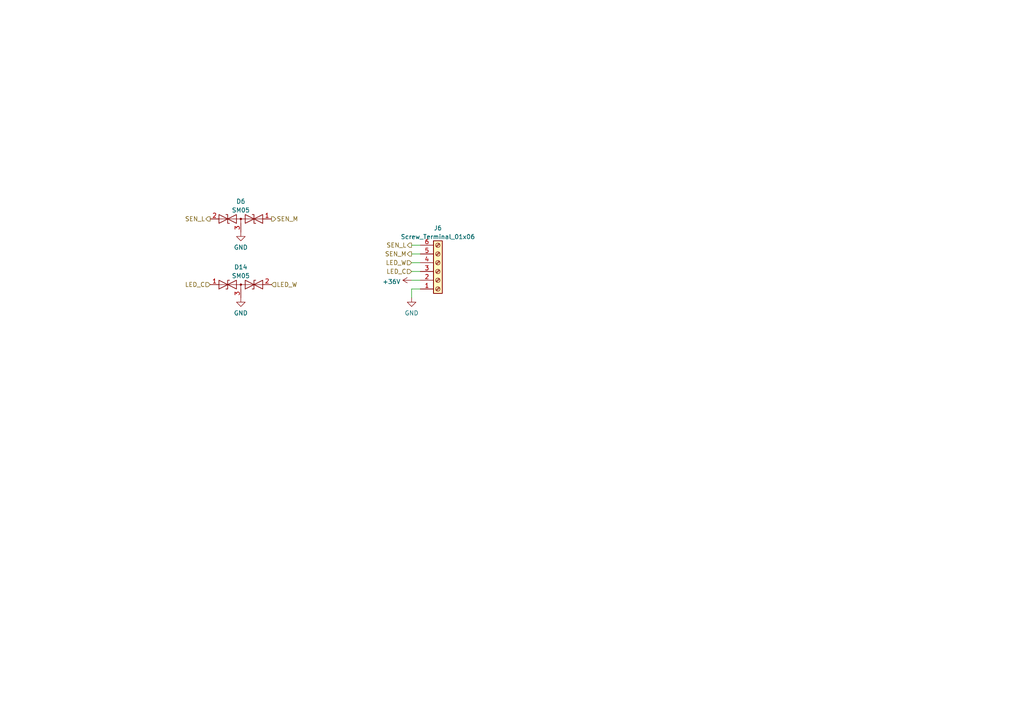
<source format=kicad_sch>
(kicad_sch (version 20230121) (generator eeschema)
  (paper "A4")
  (lib_symbols
    (symbol "Connector:Screw_Terminal_01x06" (pin_names (offset 1.016) hide)
      (property "Reference" "J" (at 0 7.62 0))
      (property "Value" "Screw_Terminal_01x06" (at 0 -10.16 0))
      (symbol "Screw_Terminal_01x06_1_1"
        (rectangle (start -1.27 6.35) (end 1.27 -8.89) (stroke (width 0.254)) (fill (type background)))
        (circle (center 0 -7.62) (radius 0.635) (stroke (width 0.1524)))
        (circle (center 0 -5.08) (radius 0.635) (stroke (width 0.1524)))
        (circle (center 0 -2.54) (radius 0.635) (stroke (width 0.1524)))
        (polyline (pts (xy -0.5334 -7.2898) (xy 0.3302 -8.128)) (stroke (width 0.1524)))
        (polyline (pts (xy -0.5334 -4.7498) (xy 0.3302 -5.588)) (stroke (width 0.1524)))
        (polyline (pts (xy -0.5334 -2.2098) (xy 0.3302 -3.048)) (stroke (width 0.1524)))
        (polyline (pts (xy -0.5334 0.3302) (xy 0.3302 -0.508)) (stroke (width 0.1524)))
        (polyline (pts (xy -0.5334 2.8702) (xy 0.3302 2.032)) (stroke (width 0.1524)))
        (polyline (pts (xy -0.5334 5.4102) (xy 0.3302 4.572)) (stroke (width 0.1524)))
        (polyline (pts (xy -0.3556 -7.112) (xy 0.508 -7.9502)) (stroke (width 0.1524)))
        (polyline (pts (xy -0.3556 -4.572) (xy 0.508 -5.4102)) (stroke (width 0.1524)))
        (polyline (pts (xy -0.3556 -2.032) (xy 0.508 -2.8702)) (stroke (width 0.1524)))
        (polyline (pts (xy -0.3556 0.508) (xy 0.508 -0.3302)) (stroke (width 0.1524)))
        (polyline (pts (xy -0.3556 3.048) (xy 0.508 2.2098)) (stroke (width 0.1524)))
        (polyline (pts (xy -0.3556 5.588) (xy 0.508 4.7498)) (stroke (width 0.1524)))
        (circle (center 0 0) (radius 0.635) (stroke (width 0.1524)))
        (circle (center 0 2.54) (radius 0.635) (stroke (width 0.1524)))
        (circle (center 0 5.08) (radius 0.635) (stroke (width 0.1524)))
        (pin passive line (at -5.08 5.08 0) (length 3.81) (name "Pin_1") (number "1"))
        (pin passive line (at -5.08 2.54 0) (length 3.81) (name "Pin_2") (number "2"))
        (pin passive line (at -5.08 0 0) (length 3.81) (name "Pin_3") (number "3"))
        (pin passive line (at -5.08 -2.54 0) (length 3.81) (name "Pin_4") (number "4"))
        (pin passive line (at -5.08 -5.08 0) (length 3.81) (name "Pin_5") (number "5"))
        (pin passive line (at -5.08 -7.62 0) (length 3.81) (name "Pin_6") (number "6"))
      )
    )
    (symbol "Diode:SM712_SOT23" (pin_names (offset 1.016) hide)
      (property "Reference" "D" (at 0 4.445 0))
      (property "Value" "SM712_SOT23" (at 0 2.54 0))
      (symbol "SM712_SOT23_0_0"
        (polyline (pts (xy 0 -1.27) (xy 0 0)))
      )
      (symbol "SM712_SOT23_0_1"
        (polyline (pts (xy -6.35 0) (xy 6.35 0)))
        (polyline (pts (xy -3.302 1.27) (xy -3.81 1.27) (xy -3.81 -1.27) (xy -4.318 -1.27)) (stroke (width 0.2032)))
        (polyline (pts (xy 4.318 1.27) (xy 3.81 1.27) (xy 3.81 -1.27) (xy 3.302 -1.27)) (stroke (width 0.2032)))
        (polyline (pts (xy -6.35 -1.27) (xy -1.27 1.27) (xy -1.27 -1.27) (xy -6.35 1.27) (xy -6.35 -1.27)) (stroke (width 0.2032)))
        (polyline (pts (xy 1.27 -1.27) (xy 1.27 1.27) (xy 6.35 -1.27) (xy 6.35 1.27) (xy 1.27 -1.27)) (stroke (width 0.2032)))
        (circle (center 0 0) (radius 0.254) (fill (type outline)))
      )
      (symbol "SM712_SOT23_1_1"
        (pin passive line (at -8.89 0 0) (length 2.54) (name "A1") (number "1"))
        (pin passive line (at 8.89 0 180) (length 2.54) (name "A2") (number "2"))
        (pin input line (at 0 -3.81 90) (length 2.54) (name "common") (number "3"))
      )
    )
    (symbol "power:+36V" (power) (pin_names (offset 0))
      (property "Value" "+36V" (at 0 3.556 0))
      (symbol "+36V_0_1"
        (polyline (pts (xy -0.762 1.27) (xy 0 2.54)))
        (polyline (pts (xy 0 0) (xy 0 2.54)))
        (polyline (pts (xy 0 2.54) (xy 0.762 1.27)))
      )
      (symbol "+36V_1_1"
        (pin power_in line (at 0 0 90) (length 0) hide (name "+36V") (number "1"))
      )
    )
    (symbol "power:GND" (power) (pin_names (offset 0))
      (property "Value" "GND" (at 0 -3.81 0))
      (symbol "GND_0_1"
        (polyline (pts (xy 0 0) (xy 0 -1.27) (xy 1.27 -1.27) (xy 0 -2.54) (xy -1.27 -1.27) (xy 0 -1.27)))
      )
      (symbol "GND_1_1"
        (pin power_in line (at 0 0 270) (length 0) hide (name "GND") (number "1"))
      )
    )
  )
  (wire (pts (xy 119.38 76.2) (xy 121.92 76.2)))
  (wire (pts (xy 119.38 78.74) (xy 121.92 78.74)))
  (wire (pts (xy 119.38 73.66) (xy 121.92 73.66)))
  (wire (pts (xy 119.38 71.12) (xy 121.92 71.12)))
  (wire (pts (xy 119.38 81.28) (xy 121.92 81.28)))
  (wire (pts (xy 121.92 83.82) (xy 119.38 83.82)))
  (wire (pts (xy 119.38 83.82) (xy 119.38 86.36)))
  (hierarchical_label "SEN_M" (shape output) (at 119.38 73.66 180))
  (hierarchical_label "LED_W" (shape input) (at 78.74 82.55 0))
  (hierarchical_label "SEN_M" (shape output) (at 78.74 63.5 0))
  (hierarchical_label "SEN_L" (shape output) (at 119.38 71.12 180))
  (hierarchical_label "SEN_L" (shape output) (at 60.96 63.5 180))
  (hierarchical_label "LED_W" (shape input) (at 119.38 76.2 180))
  (hierarchical_label "LED_C" (shape input) (at 60.96 82.55 180))
  (hierarchical_label "LED_C" (shape input) (at 119.38 78.74 180))
  (symbol (lib_id "Diode:SM712_SOT23") (at 69.85 63.5 0) (mirror y) (unit 1)
    (property "Reference" "D6" (at 69.85 58.42 0))
    (property "Value" "SM05" (at 69.85 60.96 0))
    (property "Footprint" "Package_TO_SOT_SMD:SOT-23_Handsoldering" (effects hide))
    (property "Datasheet" "https://www.littelfuse.com/~/media/electronics/datasheets/tvs_diode_arrays/littelfuse_tvs_diode_array_sm712_datasheet.pdf.pdf" (effects hide))
    (property "LCSC Part #" "C460613" (effects hide))
    (property "Total quantity" "100" (effects hide))
    (instances (project "corridor_distribution" (path "" (reference "D6") (unit 1)) (path "" (reference "D7") (unit 1)) (path "" (reference "D8") (unit 1)) (path "" (reference "D9") (unit 1)) (path "" (reference "D10") (unit 1)) (path "" (reference "D11") (unit 1)) (path "" (reference "D12") (unit 1)) (path "" (reference "D13") (unit 1))) (project "control_panel" (path "" (reference "D5") (unit 1))))
  )
  (symbol (lib_id "Connector:Screw_Terminal_01x06") (at 127 78.74 0) (mirror x) (unit 1) (in_bom no)
    (property "Reference" "J6" (at 127 66.1502 0))
    (property "Value" "Screw_Terminal_01x06" (at 127 68.6871 0))
    (property "Footprint" "Connector_Phoenix_MC:PhoenixContact_MCV_1,5_6-G-3.81_1x06_P3.81mm_Vertical" (effects hide))
    (instances (project "corridor_distribution" (path "" (reference "J6") (unit 1)) (path "" (reference "J1") (unit 1)) (path "" (reference "J2") (unit 1)) (path "" (reference "J3") (unit 1)) (path "" (reference "J4") (unit 1)) (path "" (reference "J5") (unit 1)) (path "" (reference "J7") (unit 1)) (path "" (reference "J8") (unit 1))))
  )
  (symbol (lib_id "Diode:SM712_SOT23") (at 69.85 82.55 0) (unit 1)
    (property "Reference" "D14" (at 69.85 77.47 0))
    (property "Value" "SM05" (at 69.85 80.01 0))
    (property "Footprint" "Package_TO_SOT_SMD:SOT-23_Handsoldering" (effects hide))
    (property "Datasheet" "https://www.littelfuse.com/~/media/electronics/datasheets/tvs_diode_arrays/littelfuse_tvs_diode_array_sm712_datasheet.pdf.pdf" (effects hide))
    (property "LCSC Part #" "C460613" (effects hide))
    (property "Total quantity" "100" (effects hide))
    (instances (project "corridor_distribution" (path "" (reference "D14") (unit 1)) (path "" (reference "D15") (unit 1)) (path "" (reference "D16") (unit 1)) (path "" (reference "D17") (unit 1)) (path "" (reference "D18") (unit 1)) (path "" (reference "D19") (unit 1)) (path "" (reference "D20") (unit 1)) (path "" (reference "D21") (unit 1))) (project "control_panel" (path "" (reference "D5") (unit 1))))
  )
  (symbol (lib_id "power:+36V") (at 119.38 81.28 90) (unit 1)
    (property "Reference" "#PWR0112" (effects hide))
    (property "Value" "+36V" (at 116.205 81.7138 90) (effects (justify left)))
    (instances (project "corridor_distribution" (path "" (reference "#PWR0112") (unit 1)) (path "" (reference "#PWR0102") (unit 1)) (path "" (reference "#PWR0104") (unit 1)) (path "" (reference "#PWR0106") (unit 1)) (path "" (reference "#PWR0108") (unit 1)) (path "" (reference "#PWR0110") (unit 1)) (path "" (reference "#PWR0114") (unit 1)) (path "" (reference "#PWR0116") (unit 1))))
  )
  (symbol (lib_id "power:GND") (at 69.85 67.31 0) (unit 1)
    (property "Reference" "#PWR048" (effects hide))
    (property "Value" "GND" (at 69.85 71.7534 0))
    (instances (project "corridor_distribution" (path "" (reference "#PWR048") (unit 1)) (path "" (reference "#PWR043") (unit 1)) (path "" (reference "#PWR044") (unit 1)) (path "" (reference "#PWR045") (unit 1)) (path "" (reference "#PWR046") (unit 1)) (path "" (reference "#PWR047") (unit 1)) (path "" (reference "#PWR049") (unit 1)) (path "" (reference "#PWR050") (unit 1))))
  )
  (symbol (lib_id "power:GND") (at 119.38 86.36 0) (unit 1)
    (property "Reference" "#PWR0111" (effects hide))
    (property "Value" "GND" (at 119.38 90.8034 0))
    (instances (project "corridor_distribution" (path "" (reference "#PWR0111") (unit 1)) (path "" (reference "#PWR0101") (unit 1)) (path "" (reference "#PWR0103") (unit 1)) (path "" (reference "#PWR0105") (unit 1)) (path "" (reference "#PWR0107") (unit 1)) (path "" (reference "#PWR0109") (unit 1)) (path "" (reference "#PWR0113") (unit 1)) (path "" (reference "#PWR0115") (unit 1))))
  )
  (symbol (lib_id "power:GND") (at 69.85 86.36 0) (unit 1)
    (property "Reference" "#PWR056" (effects hide))
    (property "Value" "GND" (at 69.85 90.8034 0))
    (instances (project "corridor_distribution" (path "" (reference "#PWR056") (unit 1)) (path "" (reference "#PWR051") (unit 1)) (path "" (reference "#PWR052") (unit 1)) (path "" (reference "#PWR053") (unit 1)) (path "" (reference "#PWR054") (unit 1)) (path "" (reference "#PWR055") (unit 1)) (path "" (reference "#PWR057") (unit 1)) (path "" (reference "#PWR058") (unit 1))))
  )
)
</source>
